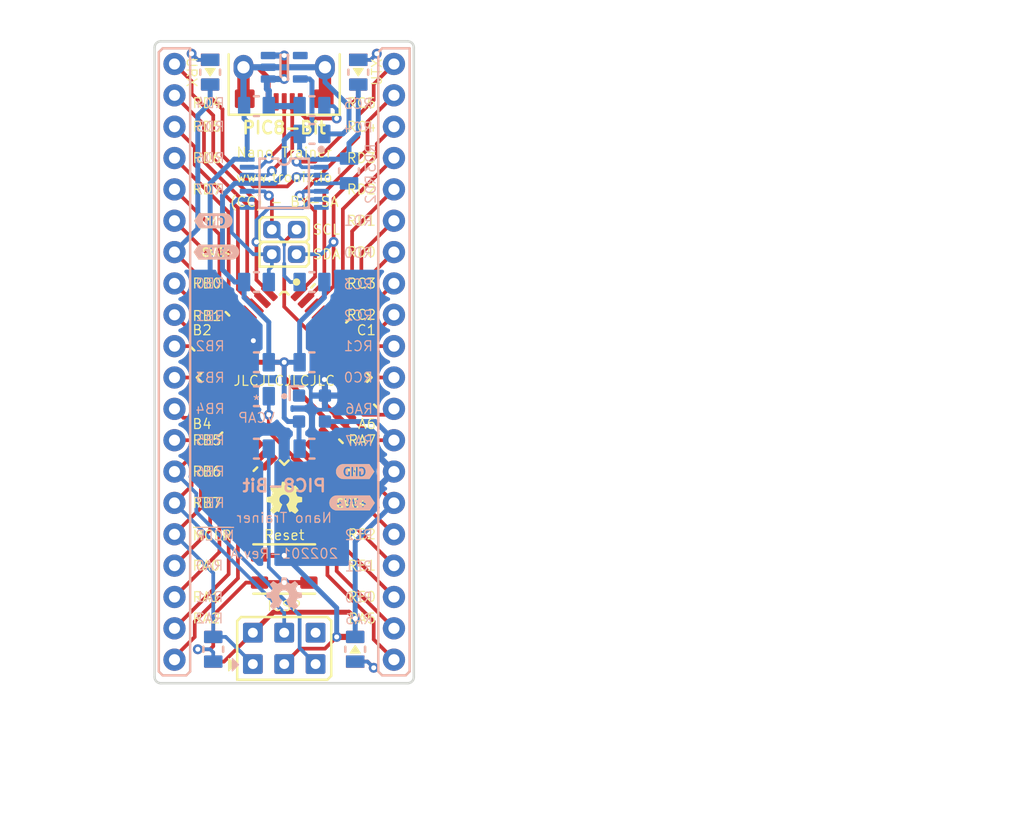
<source format=kicad_pcb>
(kicad_pcb (version 20241229) (generator "pcbnew") (generator_version "9.0")
  (title_block (title "PIC8-Bit Nano Trainer") (date "01/2022") (rev "A"))
  (layers (0 "F.Cu" signal) (2 "B.Cu" signal) (13 "F.Paste" user) (15 "B.Paste" user) (5 "F.SilkS" user "F.Silkscreen") (7 "B.SilkS" user "B.Silkscreen") (1 "F.Mask" user) (3 "B.Mask" user) (25 "Edge.Cuts" user))
  (net 0 "")
  (net 1 "GND")
  (net 2 "+3V3")
  (net 3 "/RA4{slash}VCAP")
  (net 4 "POWER-+5V")
  (net 5 "RC6{slash}UTX")
  (net 6 "RC7{slash}URX")
  (net 7 "/RD4")
  (net 8 "/RD5")
  (net 9 "/RD6")
  (net 10 "/RD7")
  (net 11 "/RB0")
  (net 12 "/RB1")
  (net 13 "/RB2")
  (net 14 "/RB3")
  (net 15 "RC4{slash}SDA")
  (net 16 "/RB4")
  (net 17 "/RB5")
  (net 18 "/RB6{slash}PGC")
  (net 19 "/RB7{slash}PGD")
  (net 20 "/~{MCLR}")
  (net 21 "/RA0")
  (net 22 "/RA1")
  (net 23 "/RA2")
  (net 24 "/RA3")
  (net 25 "/RA5")
  (net 26 "/RE0")
  (net 27 "/RE1")
  (net 28 "/RE2")
  (net 29 "/RA7{slash}CLKI")
  (net 30 "/RA6")
  (net 31 "/RC0")
  (net 32 "/RC1")
  (net 33 "/RC2")
  (net 34 "RC3{slash}SCL")
  (net 35 "/RD0")
  (net 36 "/RD1")
  (net 37 "/RD2")
  (net 38 "/RD3")
  (net 39 "/RC5")
  (net 40 "Net-(K4-VBUS)")
  (net 41 "Net-(U2-SCL)")
  (net 42 "Net-(U2-SDA)")
  (net 44 "Net-(K4-D-)")
  (net 45 "Net-(K4-D+)")
  (net 47 "Net-(LED1-A)")
  (net 48 "Net-(LED2-C)")
  (net 49 "Net-(LED2-A)")
  (net 50 "Net-(LED3-C)")
  (net 51 "Net-(LED3-A)")
  (net 53 "Net-(U2-~{RESET})")
  (net 57 "Net-(C1-Pad1)")
  (footprint "tronixio:HARWIN-M22-25102xx" (layer "F.Cu") (at 149.5 65.25 90)
    (property "Reference" "JP2" (hide yes))
    (property "Value" "SDA")
  )
  (footprint "tronixio:OSHW-3MM" (layer "F.Cu") (at 150.5 85)
    (property "Reference" "GT" (hide yes))
    (property "Value" "LOGO" (hide yes))
  )
  (footprint "kibuzzard-65F5BE2C" (layer "F.Cu") (at 145 65.075)
    (property "Reference" "kibuzzard-65F5BE2C" (hide yes))
    (property "Value" "G***" (hide yes))
  )
  (footprint "kibuzzard-65F5BE3D" (layer "F.Cu") (at 156.25 82.855)
    (property "Reference" "kibuzzard-65F5BE3D" (hide yes))
    (property "Value" "G***" (hide yes))
  )
  (footprint "tronixio:HARWIN-M20-998034x" (layer "F.Cu") (at 147.96 98.45 90)
    (property "Reference" "K3" (hide yes))
    (property "Value" "ICSP")
  )
  (footprint "tronixio:HARWIN-M22-190-19X" (layer "F.Cu") (at 159.12 105)
    (property "Reference" "H2" (hide yes))
    (property "Value" "HARWIN-JUMPER-0200-03MM-BLACK" (hide yes))
  )
  (footprint "tronixio:HARWIN-M22-25102xx" (layer "F.Cu") (at 149.5 63.25 90)
    (property "Reference" "JP1" (hide yes))
    (property "Value" "SCL")
  )
  (footprint "tronixio:HARWIN-M22-190-19X" (layer "F.Cu") (at 154 105)
    (property "Reference" "H1" (hide yes))
    (property "Value" "HARWIN-JUMPER-0200-03MM-BLACK" (hide yes))
  )
  (footprint "kibuzzard-65F5BE49" (layer "F.Cu") (at 156 85.395)
    (property "Reference" "kibuzzard-65F5BE49" (hide yes))
    (property "Value" "G***" (hide yes))
  )
  (footprint "kibuzzard-65F5BE0B" (layer "F.Cu") (at 144.75 62.535)
    (property "Reference" "kibuzzard-65F5BE0B" (hide yes))
    (property "Value" "G***" (hide yes))
  )
  (footprint "tronixio:USB-TYPE-B-MICRO-TH" (layer "F.Cu") (at 150.5 50.65 -90)
    (property "Reference" "K4" (hide yes))
    (property "Value" "POWER & UART")
  )
  (footprint "tronixio:TQFP-44" (layer "F.Cu") (at 150.5 75.235 -45)
    (property "Reference" "U1" (hide yes))
    (property "Value" "PIC16F/PIC18F")
  )
  (footprint "tronixio:LED-SMD-0805" (layer "F.Cu") (at 144.5 50.5 90)
    (property "Reference" "LED2" (hide yes))
    (property "Value" "URX")
  )
  (footprint "tronixio:LED-SMD-0805" (layer "F.Cu") (at 156.25 97.25 -90)
    (property "Reference" "LED1" (hide yes))
    (property "Value" "Power")
  )
  (footprint "tronixio:RESISTOR-SMD-0805" (layer "F.Cu") (at 144.75 97.25 90)
    (property "Reference" "R1" (hide yes))
    (property "Value" "10k")
  )
  (footprint "tronixio:ALPS-SKRPAC" (layer "F.Cu") (at 150.5 90.75)
    (property "Reference" "S1" (hide yes))
    (property "Value" "Reset")
  )
  (footprint "tronixio:LED-SMD-0805" (layer "F.Cu") (at 156.5 50.5 90)
    (property "Reference" "LED3" (hide yes))
    (property "Value" "UTX")
  )
  (footprint "tronixio:RESISTOR-SMD-0805" (layer "B.Cu") (at 156.5 50.5 90)
    (property "Reference" "R7" (hide yes))
    (property "Value" "4k7")
  )
  (footprint "tronixio:CAPACITOR-SMD-0805" (layer "B.Cu") (at 148.25 74 180)
    (property "Reference" "C3" (hide yes))
    (property "Value" "100n")
  )
  (footprint "kibuzzard-65F5BE6D" (layer "B.Cu") (at 145 65.075 180)
    (property "Reference" "kibuzzard-65F5BE6D" (hide yes))
    (property "Value" "G***" (hide yes))
  )
  (footprint "tronixio:SAMTEC-TSW-120-22-T-S" (layer "B.Cu") (at 159.39 49.835 180)
    (property "Reference" "K2" (hide yes))
    (property "Value" "MCU 2")
  )
  (footprint "tronixio:RESISTOR-SMD-0805" (layer "B.Cu") (at 148.25 67.5)
    (property "Reference" "R5" (hide yes))
    (property "Value" "4k7")
  )
  (footprint "kibuzzard-65F5BE8C" (layer "B.Cu") (at 156 85.395 180)
    (property "Reference" "kibuzzard-65F5BE8C" (hide yes))
    (property "Value" "G***" (hide yes))
  )
  (footprint "tronixio:CAPACITOR-SMD-0805" (layer "B.Cu") (at 148.25 81 180)
    (property "Reference" "C1" (hide yes))
    (property "Value" "100n")
  )
  (footprint "tronixio:RESISTOR-SMD-0805" (layer "B.Cu") (at 155.75 58.5 -90)
    (property "Reference" "R3" (hide yes))
    (property "Value" "10k")
  )
  (footprint "tronixio:CAPACITOR-SMD-0805" (layer "B.Cu") (at 152.75 55.5)
    (property "Reference" "C8" (hide yes))
    (property "Value" "1µ")
  )
  (footprint "tronixio:RESISTOR-SMD-0805" (layer "B.Cu") (at 144.75 97.25 -90)
    (property "Reference" "R2" (hide yes))
    (property "Value" "1k")
  )
  (footprint "tronixio:SAMTEC-TSW-120-22-T-S" (layer "B.Cu") (at 141.61 49.835 180)
    (property "Reference" "K1" (hide yes))
    (property "Value" "MCU 1")
  )
  (footprint "tronixio:CAPACITOR-SMD-0805" (layer "B.Cu") (at 152.75 81)
    (property "Reference" "C2" (hide yes))
    (property "Value" "100n")
  )
  (footprint "tronixio:RESISTOR-SMD-0805" (layer "B.Cu") (at 152.75 67.5 180)
    (property "Reference" "R4" (hide yes))
    (property "Value" "4k7")
  )
  (footprint "tronixio:CAPACITOR-SMD-0805" (layer "B.Cu") (at 148.25 76.75 180)
    (property "Reference" "C5" (hide yes))
    (property "Value" "10µ")
  )
  (footprint "tronixio:RESISTOR-SMD-0805" (layer "B.Cu") (at 144.5 50.5 90)
    (property "Reference" "R6" (hide yes))
    (property "Value" "4k7")
  )
  (footprint "kibuzzard-65F5BE5D" (layer "B.Cu") (at 144.75 62.535 180)
    (property "Reference" "kibuzzard-65F5BE5D" (hide yes))
    (property "Value" "G***" (hide yes))
  )
  (footprint "tronixio:CAPACITOR-SMD-0805" (layer "B.Cu") (at 152.75 74)
    (property "Reference" "C4" (hide yes))
    (property "Value" "100n")
  )
  (footprint "tronixio:CAPACITOR-SMD-0805" (layer "B.Cu") (at 148.25 53.25 180)
    (property "Reference" "C7" (hide yes))
    (property "Value" "1µ")
  )
  (footprint "tronixio:OSHW-3MM" (layer "B.Cu") (at 150.5 92.75 180)
    (property "Reference" "GB" (hide yes))
    (property "Value" "LOGO" (hide yes))
  )
  (footprint "tronixio:FUSE-SMD-0805" (layer "B.Cu") (at 152.75 53.25 180)
    (property "Reference" "F1" (hide yes))
    (property "Value" "500mA")
  )
  (footprint "tronixio:SOT-23-5" (layer "B.Cu") (at 150.5 50.1)
    (property "Reference" "U3" (hide yes))
    (property "Value" "BU33SD5WG")
  )
  (footprint "tronixio:RESISTOR-SMD-0805" (layer "B.Cu") (at 156.25 97.25 -90)
    (property "Reference" "R8" (hide yes))
    (property "Value" "4k7")
  )
  (footprint "kibuzzard-65F5BE7D" (layer "B.Cu") (at 156.25 82.855 180)
    (property "Reference" "kibuzzard-65F5BE7D" (hide yes))
    (property "Value" "G***" (hide yes))
  )
  (footprint "tronixio:CDFN-3225" (layer "B.Cu") (at 152.75 77.75 -90)
    (property "Reference" "MEMS1" (hide yes))
    (property "Value" "24.5760MHz")
  )
  (footprint "tronixio:TSSOP-14" (layer "B.Cu") (at 150.5 59.5 180)
    (property "Reference" "U2" (hide yes))
    (property "Value" "MCP2221A")
  )
  (gr_circle (center 151.5 67.5) (end 151.25 67.5) (stroke (width 0.1)) (fill yes) (layer "F.SilkS"))
  (gr_poly (pts (xy 146.5 98.5) (xy 146 99) (xy 146 98)) (stroke (width 0.1)) (fill yes) (layer "F.SilkS"))
  (gr_circle (center 150.5 76.75) (end 150.7 76.75) (stroke (width 0.1)) (fill yes) (layer "B.SilkS"))
  (gr_circle (center 153.5 56.75) (end 153.75 56.75) (stroke (width 0.1)) (fill yes) (layer "B.SilkS"))
  (gr_poly (pts (xy 146.8 98.5) (xy 146.3 98) (xy 146.3 99)) (stroke (width 0.1)) (fill yes) (layer "B.SilkS"))
  (gr_line (start 140 48.5) (end 140 99.5) (stroke (width 0.2)) (layer "Edge.Cuts"))
  (gr_arc (start 160.5 48) (mid 160.853553 48.146447) (end 161 48.5) (stroke (width 0.2)) (layer "Edge.Cuts"))
  (gr_arc (start 161 99.5) (mid 160.853553 99.853553) (end 160.5 100) (stroke (width 0.2)) (layer "Edge.Cuts"))
  (gr_line (start 161 99.5) (end 161 48.5) (stroke (width 0.2)) (layer "Edge.Cuts"))
  (gr_line (start 140.5 100) (end 160.5 100) (stroke (width 0.2)) (layer "Edge.Cuts"))
  (gr_arc (start 140.5 100) (mid 140.146447 99.853553) (end 140 99.5) (stroke (width 0.2)) (layer "Edge.Cuts"))
  (gr_arc (start 140 48.5) (mid 140.146447 48.146447) (end 140.5 48) (stroke (width 0.2)) (layer "Edge.Cuts"))
  (gr_line (start 160.5 48) (end 140.5 48) (stroke (width 0.2)) (layer "Edge.Cuts"))
  (gr_text "RD4" (at 143 53 0) (layer "F.SilkS") (effects (font (size 0.8 0.8) (thickness 0.1)) (justify left)))
  (gr_text "RD6" (at 143 57.455 0) (layer "F.SilkS") (effects (font (size 0.8 0.8) (thickness 0.1)) (justify left)))
  (gr_text "Reset" (at 150.5 88 0) (layer "F.SilkS") (effects (font (size 0.8 0.8) (thickness 0.1))))
  (gr_text "RA0" (at 143 90.475 0) (layer "F.SilkS") (effects (font (size 0.8 0.8) (thickness 0.1)) (justify left)))
  (gr_text "(CC) - BY-SA" (at 150.5 61 0) (layer "F.SilkS") (effects (font (size 0.8 0.8) (thickness 0.1))))
  (gr_text "C1" (at 158 71.4 0) (layer "F.SilkS") (effects (font (size 0.8 0.8) (thickness 0.1)) (justify right)))
  (gr_text "URX" (at 143 50.5 270) (layer "F.SilkS") (effects (font (size 0.8 0.8) (thickness 0.1))))
  (gr_text "RD5" (at 143 54.915 0) (layer "F.SilkS") (effects (font (size 0.8 0.8) (thickness 0.1)) (justify left)))
  (gr_text "ICSP" (at 150.5 93.75 0) (layer "F.SilkS") (effects (font (size 0.8 0.8) (thickness 0.1))))
  (gr_text "RB0" (at 143 67.615 0) (layer "F.SilkS") (effects (font (size 0.8 0.8) (thickness 0.1)) (justify left)))
  (gr_text "RD3" (at 158 57.455 0) (layer "F.SilkS") (effects (font (size 0.8 0.8) (thickness 0.1)) (justify right)))
  (gr_text "RC4" (at 158 54.915 0) (layer "F.SilkS") (effects (font (size 0.8 0.8) (thickness 0.1)) (justify right)))
  (gr_text "RD1" (at 158 62.535 0) (layer "F.SilkS") (effects (font (size 0.8 0.8) (thickness 0.1)) (justify right)))
  (gr_text "Nano Trainer" (at 150.5 57 0) (layer "F.SilkS") (effects (font (size 0.8 0.8) (thickness 0.1))))
  (gr_text "~{MCLR}" (at 143 88.032 0) (layer "F.SilkS") (effects (font (size 0.8 0.8) (thickness 0.1)) (justify left)))
  (gr_text "RD7" (at 143 59.995 0) (layer "F.SilkS") (effects (font (size 0.8 0.8) (thickness 0.1)) (justify left)))
  (gr_text "RA2" (at 143 94.75 0) (layer "F.SilkS") (effects (font (size 0.8 0.8) (thickness 0.1)) (justify left)))
  (gr_text "PIC8-Bit" (at 150.5 55 0) (layer "F.SilkS") (effects (font (size 1 1) (thickness 0.2))))
  (gr_text "B2" (at 143 71.4 0) (layer "F.SilkS") (effects (font (size 0.8 0.8) (thickness 0.1)) (justify left)))
  (gr_text "RB5" (at 143 80.315 0) (layer "F.SilkS") (effects (font (size 0.8 0.8) (thickness 0.1)) (justify left)))
  (gr_text "RC3" (at 158 67.615 0) (layer "F.SilkS") (effects (font (size 0.8 0.8) (thickness 0.1)) (justify right)))
  (gr_text "SDA" (at 152.75 65.25 0) (layer "F.SilkS") (effects (font (size 0.8 0.8) (thickness 0.1)) (justify left)))
  (gr_text "RE1" (at 158 90.475 0) (layer "F.SilkS") (effects (font (size 0.8 0.8) (thickness 0.1)) (justify right)))
  (gr_text "RB6" (at 143 82.855 0) (layer "F.SilkS") (effects (font (size 0.8 0.8) (thickness 0.1)) (justify left)))
  (gr_text "RA7" (at 158 80.315 0) (layer "F.SilkS") (effects (font (size 0.8 0.8) (thickness 0.1)) (justify right)))
  (gr_text "SCL" (at 152.75 63.25 0) (layer "F.SilkS") (effects (font (size 0.8 0.8) (thickness 0.1)) (justify left)))
  (gr_text "JLCJLCJLCJLC" (at 150.5 75.5 0) (layer "F.SilkS") (effects (font (size 0.8 0.8) (thickness 0.1))))
  (gr_text "RA1" (at 143 93.015 0) (layer "F.SilkS") (effects (font (size 0.8 0.8) (thickness 0.1)) (justify left)))
  (gr_text "RB1" (at 143 70.25 0) (layer "F.SilkS") (effects (font (size 0.8 0.8) (thickness 0.1)) (justify left)))
  (gr_text "RD2" (at 158 59.995 0) (layer "F.SilkS") (effects (font (size 0.8 0.8) (thickness 0.1)) (justify right)))
  (gr_text "A6" (at 158 79 0) (layer "F.SilkS") (effects (font (size 0.8 0.8) (thickness 0.1)) (justify right)))
  (gr_text "B4" (at 143 79 0) (layer "F.SilkS") (effects (font (size 0.8 0.8) (thickness 0.1)) (justify left)))
  (gr_text "www.tronix.io" (at 150.5 59 0) (layer "F.SilkS") (effects (font (size 0.8 0.8) (thickness 0.1))))
  (gr_text "UTX" (at 158 50.5 90) (layer "F.SilkS") (effects (font (size 0.8 0.8) (thickness 0.1))))
  (gr_text "RD0" (at 158 65.075 0) (layer "F.SilkS") (effects (font (size 0.8 0.8) (thickness 0.1)) (justify right)))
  (gr_text "RC2" (at 158 70.155 0) (layer "F.SilkS") (effects (font (size 0.8 0.8) (thickness 0.1)) (justify right)))
  (gr_text "RB7" (at 143 85.395 0) (layer "F.SilkS") (effects (font (size 0.8 0.8) (thickness 0.1)) (justify left)))
  (gr_text "RA5" (at 158 94.75 0) (layer "F.SilkS") (effects (font (size 0.8 0.8) (thickness 0.1)) (justify right)))
  (gr_text "RE2" (at 158 87.935 0) (layer "F.SilkS") (effects (font (size 0.8 0.8) (thickness 0.1)) (justify right)))
  (gr_text "RE0" (at 158 93 0) (layer "F.SilkS") (effects (font (size 0.8 0.8) (thickness 0.1)) (justify right)))
  (gr_text "RC5" (at 158 53 0) (layer "F.SilkS") (effects (font (size 0.8 0.8) (thickness 0.1)) (justify right)))
  (gr_text "RB6" (at 143.25 82.855 0) (layer "B.SilkS") (effects (font (size 0.8 0.8) (thickness 0.1)) (justify right mirror)))
  (gr_text "RD3" (at 157.5 57.455001 90) (layer "B.SilkS") (effects (font (size 0.8 0.8) (thickness 0.1)) (justify mirror)))
  (gr_text "RB0" (at 143.25 67.615 0) (layer "B.SilkS") (effects (font (size 0.8 0.8) (thickness 0.1)) (justify right mirror)))
  (gr_text "RD5" (at 143.25 54.915 0) (layer "B.SilkS") (effects (font (size 0.8 0.8) (thickness 0.1)) (justify right mirror)))
  (gr_text "RB2" (at 143.25 72.695 0) (layer "B.SilkS") (effects (font (size 0.8 0.8) (thickness 0.1)) (justify right mirror)))
  (gr_text "RC2" (at 157.75 70.22 0) (layer "B.SilkS") (effects (font (size 0.8 0.8) (thickness 0.1)) (justify left mirror)))
  (gr_text "RE2" (at 157.75 88 0) (layer "B.SilkS") (effects (font (size 0.8 0.8) (thickness 0.1)) (justify left mirror)))
  (gr_text "RA5" (at 157.75 94.815 0) (layer "B.SilkS") (effects (font (size 0.8 0.8) (thickness 0.1)) (justify left mirror)))
  (gr_text "RD2" (at 157.5 59.995001 90) (layer "B.SilkS") (effects (font (size 0.8 0.8) (thickness 0.1)) (justify mirror)))
  (gr_text "RB5" (at 143.25 80.315 0) (layer "B.SilkS") (effects (font (size 0.8 0.8) (thickness 0.1)) (justify right mirror)))
  (gr_text "VCAP" (at 148.25 78.5 0) (layer "B.SilkS") (effects (font (size 0.8 0.8) (thickness 0.1)) (justify mirror)))
  (gr_text "RE0" (at 157.75 93.065 0) (layer "B.SilkS") (effects (font (size 0.8 0.8) (thickness 0.1)) (justify left mirror)))
  (gr_text "Nano Trainer" (at 150.5 86.6 0) (layer "B.SilkS") (effects (font (size 0.8 0.8) (thickness 0.1)) (justify mirror)))
  (gr_text "RA1" (at 143.25 93.015 0) (layer "B.SilkS") (effects (font (size 0.8 0.8) (thickness 0.1)) (justify right mirror)))
  (gr_text "RD1" (at 157.75 62.535 0) (layer "B.SilkS") (effects (font (size 0.8 0.8) (thickness 0.1)) (justify left mirror)))
  (gr_text "RC5" (at 157.75 53.065 0) (layer "B.SilkS") (effects (font (size 0.8 0.8) (thickness 0.1)) (justify left mirror)))
  (gr_text "RC0" (at 157.75 75.235 0) (layer "B.SilkS") (effects (font (size 0.8 0.8) (thickness 0.1)) (justify left mirror)))
  (gr_text "RA6" (at 157.75 77.775 0) (layer "B.SilkS") (effects (font (size 0.8 0.8) (thickness 0.1)) (justify left mirror)))
  (gr_text "RA2" (at 143.25 94.75 0) (layer "B.SilkS") (effects (font (size 0.8 0.8) (thickness 0.1)) (justify right mirror)))
  (gr_text "RE1" (at 157.75 90.54 0) (layer "B.SilkS") (effects (font (size 0.8 0.8) (thickness 0.1)) (justify left mirror)))
  (gr_text "~{MCLR}" (at 143.25 88.032 0) (layer "B.SilkS") (effects (font (size 0.8 0.8) (thickness 0.1)) (justify right mirror)))
  (gr_text "RD6" (at 143.25 57.455 0) (layer "B.SilkS") (effects (font (size 0.8 0.8) (thickness 0.1)) (justify right mirror)))
  (gr_text "RB1" (at 143.25 70.25 0) (layer "B.SilkS") (effects (font (size 0.8 0.8) (thickness 0.1)) (justify right mirror)))
  (gr_text "202201-Rev.A" (at 150.5 89.5 0) (layer "B.SilkS") (effects (font (size 0.8 0.8) (thickness 0.1)) (justify mirror)))
  (gr_text "RA7" (at 157.75 80.38 0) (layer "B.SilkS") (effects (font (size 0.8 0.8) (thickness 0.1)) (justify left mirror)))
  (gr_text "RD7" (at 143.25 59.995 0) (layer "B.SilkS") (effects (font (size 0.8 0.8) (thickness 0.1)) (justify right mirror)))
  (gr_text "RB4" (at 143.25 77.775 0) (layer "B.SilkS") (effects (font (size 0.8 0.8) (thickness 0.1)) (justify right mirror)))
  (gr_text "PIC8-Bit" (at 150.5 84 0) (layer "B.SilkS") (effects (font (size 1 1) (thickness 0.2)) (justify mirror)))
  (gr_text "RC3" (at 157.75 67.68 0) (layer "B.SilkS") (effects (font (size 0.8 0.8) (thickness 0.1)) (justify left mirror)))
  (gr_text "RA0" (at 143.25 90.475 0) (layer "B.SilkS") (effects (font (size 0.8 0.8) (thickness 0.1)) (justify right mirror)))
  (gr_text "RD0" (at 157.75 65.14 0) (layer "B.SilkS") (effects (font (size 0.8 0.8) (thickness 0.1)) (justify left mirror)))
  (gr_text "RD4" (at 143.25 53 0) (layer "B.SilkS") (effects (font (size 0.8 0.8) (thickness 0.1)) (justify right mirror)))
  (gr_text "*" (at 148.25 77.1 0) (layer "B.SilkS") (effects (font (size 0.8 0.8) (thickness 0.1)) (justify mirror)))
  (gr_text "RB3" (at 143.25 75.25 0) (layer "B.SilkS") (effects (font (size 0.8 0.8) (thickness 0.1)) (justify right mirror)))
  (gr_text "RC1" (at 157.75 72.695 0) (layer "B.SilkS") (effects (font (size 0.8 0.8) (thickness 0.1)) (justify left mirror)))
  (gr_text "RC4" (at 157.75 54.98 0) (layer "B.SilkS") (effects (font (size 0.8 0.8) (thickness 0.1)) (justify left mirror)))
  (gr_text "RB7" (at 143.25 85.395 0) (layer "B.SilkS") (effects (font (size 0.8 0.8) (thickness 0.1)) (justify right mirror)))
  (segment (start 156.25 96.25) (end 154.75 96.25) (width 0.5) (layer "F.Cu") (net 1))
  (segment (start 152.6 89.65) (end 150.5 89.65) (width 0.4) (layer "F.Cu") (net 1))
  (segment (start 153.75 77.353629) (end 153.75 75.4) (width 0.4) (layer "F.Cu") (net 1))
  (segment (start 147.2 50.1) (end 148.35 50.1) (width 0.4) (layer "F.Cu") (net 1))
  (segment (start 150.5 98.45) (end 151.75 97.2) (width 0.3) (layer "F.Cu") (net 1))
  (segment (start 159.251371 82.855) (end 155.096194 78.699823) (width 0.3) (layer "F.Cu") (net 1))
  (segment (start 141.61 62.535) (end 144.5 65.425) (width 0.3) (layer "F.Cu") (net 1))
  (segment (start 147.2 50.1) (end 147.2 52.4) (width 1) (layer "F.Cu") (net 1))
  (segment (start 148.35 50.1) (end 149.2 50.95) (width 0.4) (layer "F.Cu") (net 1))
  (segment (start 155.096194 78.699823) (end 153.75 77.353629) (width 0.4) (layer "F.Cu") (net 1))
  (segment (start 144.5 65.425) (end 144.5 69.235) (width 0.3) (layer "F.Cu") (net 1))
  (segment (start 151.75 97.2) (end 153.8 97.2) (width 0.3) (layer "F.Cu") (net 1))
  (segment (start 153.8 97.2) (end 154.75 96.25) (width 0.3) (layer "F.Cu") (net 1))
  (segment (start 147.5 72.25) (end 148 72.25) (width 0.4) (layer "F.Cu") (net 1))
  (segment (start 144.5 69.235) (end 146.469491 71.204491) (width 0.3) (layer "F.Cu") (net 1))
  (segment (start 146.469491 71.219491) (end 147.5 72.25) (width 0.4) (layer "F.Cu") (net 1))
  (segment (start 149.2 50.95) (end 149.2 52.9) (width 0.4) (layer "F.Cu") (net 1))
  (segment (start 148.4 89.65) (end 150.5 89.65) (width 0.4) (layer "F.Cu") (net 1))
  (segment (start 153.8 50.1) (end 153.8 52.4) (width 1) (layer "F.Cu") (net 1))
  (via (at 154.75 96.25) (size 0.8) (drill 0.4) (layers "F.Cu" "B.Cu") (net 1))
  (via (at 150.5 89.65) (size 0.8) (drill 0.4) (layers "F.Cu" "B.Cu") (net 1))
  (via (at 153.75 75.4) (size 0.8) (drill 0.4) (layers "F.Cu" "B.Cu") (net 1))
  (via (at 148 72.25) (size 0.8) (drill 0.4) (layers "F.Cu" "B.Cu") (net 1))
  (segment (start 147.5 72.25) (end 144.5 69.25) (width 0.4) (layer "B.Cu") (net 1))
  (segment (start 153.8 51.3) (end 155.75 53.25) (width 0.4) (layer "B.Cu") (net 1))
  (segment (start 147.2 50.1) (end 147.2 53.2) (width 0.5) (layer "B.Cu") (net 1))
  (segment (start 147.5 57.55) (end 147.5 54.5) (width 0.4) (layer "B.Cu") (net 1))
  (segment (start 154.75 93.9) (end 150.5 89.65) (width 0.4) (layer "B.Cu") (net 1))
  (segment (start 149.1 50.1) (end 153.8 50.1) (width 0.5) (layer "B.Cu") (net 1))
  (segment (start 146.45 57.55) (end 147.5 57.55) (width 0.4) (layer "B.Cu") (net 1))
  (segment (start 144.5 59.5) (end 146.45 57.55) (width 0.4) (layer "B.Cu") (net 1))
  (segment (start 154.75 96.25) (end 154.75 93.9) (width 0.4) (layer "B.Cu") (net 1))
  (segment (start 144.5 69.25) (end 144.5 59.5) (width 0.4) (layer "B.Cu") (net 1))
  (segment (start 153.8 50.1) (end 153.8 51.3) (width 0.4) (layer "B.Cu") (net 1))
  (segment (start 147.5 54.5) (end 147.25 54.25) (width 0.4) (layer "B.Cu") (net 1))
  (segment (start 155.75 55) (end 155.25 55.5) (width 0.4) (layer "B.Cu") (net 1))
  (segment (start 155.25 55.5) (end 153.75 55.5) (width 0.4) (layer "B.Cu") (net 1))
  (segment (start 147.2 50.1) (end 149.1 50.1) (width 0.5) (layer "B.Cu") (net 1))
  (segment (start 147.25 54.25) (end 147.25 53.25) (width 0.4) (layer "B.Cu") (net 1))
  (segment (start 155.75 53.25) (end 155.75 55) (width 0.4) (layer "B.Cu") (net 1))
  (segment (start 148 72.25) (end 147.5 72.25) (width 0.4) (layer "B.Cu") (net 1))
  (segment (start 149.62 94.25) (end 147.96 95.91) (width 0.4) (layer "F.Cu") (net 2))
  (segment (start 159.39 85.395) (end 157.75 83.755) (width 0.3) (layer "F.Cu") (net 2))
  (segment (start 157.75 83.755) (end 157.75 82.485) (width 0.3) (layer "F.Cu") (net 2))
  (segment (start 150.5 74) (end 150.5 75.235) (width 0.4) (layer "F.Cu") (net 2))
  (segment (start 157.75 82.485) (end 154.530509 79.265509) (width 0.3) (layer "F.Cu") (net 2))
  (segment (start 143.75 67.215) (end 143.75 69.616371) (width 0.3) (layer "F.Cu") (net 2))
  (segment (start 150.5 75.235) (end 154.530509 79.265509) (width 0.4) (layer "F.Cu") (net 2))
  (segment (start 155.75 94.25) (end 149.62 94.25) (width 0.4) (layer "F.Cu") (net 2))
  (segment (start 145.903806 71.770177) (end 148.133629 74) (width 0.4) (layer "F.Cu") (net 2))
  (segment (start 144.75 98.25) (end 145.62 98.25) (width 0.3) (layer "F.Cu") (net 2))
  (segment (start 145.62 98.25) (end 147.96 95.91) (width 0.3) (layer "F.Cu") (net 2))
  (segment (start 156.25 94.75) (end 155.75 94.25) (width 0.4) (layer "F.Cu") (net 2))
  (segment (start 143.75 69.616371) (end 145.903806 71.770177) (width 0.3) (layer "F.Cu") (net 2))
  (segment (start 141.61 65.075) (end 143.75 67.215) (width 0.3) (layer "F.Cu") (net 2))
  (segment (start 148.133629 74) (end 150.5 74) (width 0.4) (layer "F.Cu") (net 2))
  (via (at 150.5 74) (size 0.8) (drill 0.4) (layers "F.Cu" "B.Cu") (net 2))
  (via (at 156.25 94.75) (size 0.8) (drill 0.4) (layers "F.Cu" "B.Cu") (net 2))
  (segment (start 145.5 60.5) (end 146.5 59.5) (width 0.4) (layer "B.Cu") (net 2))
  (segment (start 149.25 74) (end 149.25 70.75) (width 0.4) (layer "B.Cu") (net 2))
  (segment (start 151.75 55.5) (end 151 55.5) (width 0.4) (layer "B.Cu") (net 2))
  (segment (start 152.5 55.5) (end 152.75 55.25) (width 0.4) (layer "B.Cu") (net 2))
  (segment (start 156.25 96.25) (end 156.25 94.75) (width 0.4) (layer "B.Cu") (net 2))
  (segment (start 143.5 63.185) (end 143.5 54) (width 0.4) (layer "B.Cu") (net 2))
  (segment (start 150.8 78.8) (end 150.5 78.5) (width 0.4) (layer "B.Cu") (net 2))
  (segment (start 143.5 54) (end 144.5 53) (width 0.4) (layer "B.Cu") (net 2))
  (segment (start 151 55.5) (end 150.5 56) (width 0.4) (layer "B.Cu") (net 2))
  (segment (start 151.75 56.75) (end 152.55 57.55) (width 0.4) (layer "B.Cu") (net 2))
  (segment (start 141.61 65.075) (end 143.5 63.185) (width 0.4) (layer "B.Cu") (net 2))
  (segment (start 152.55 57.55) (end 153.5 57.55) (width 0.4) (layer "B.Cu") (net 2))
  (segment (start 144.5 53) (end 144.5 51.5) (width 0.4) (layer "B.Cu") (net 2))
  (segment (start 151.75 74) (end 150.5 74) (width 0.4) (layer "B.Cu") (net 2))
  (segment (start 155.75 57.5) (end 155.75 56.25) (width 0.4) (layer "B.Cu") (net 2))
  (segment (start 150.5 58.75) (end 149.75 59.5) (width 0.4) (layer "B.Cu") (net 2))
  (segment (start 145.5 66.5) (end 145.5 60.5) (width 0.4) (layer "B.Cu") (net 2))
  (segment (start 146.5 67.5) (end 145.5 66.5) (width 0.4) (layer "B.Cu") (net 2))
  (segment (start 153.5 57.55) (end 155.7 57.55) (width 0.4) (layer "B.Cu") (net 2))
  (segment (start 149.75 59.5) (end 147.5 59.5) (width 0.4) (layer "B.Cu") (net 2))
  (segment (start 155.75 56.25) (end 156.5 55.5) (width 0.4) (layer "B.Cu") (net 2))
  (segment (start 151.7 78.8) (end 150.8 78.8) (width 0.4) (layer "B.Cu") (net 2))
  (segment (start 152.75 51.25) (end 152.55 51.05) (width 0.4) (layer "B.Cu") (net 2))
  (segment (start 156.5 55.5) (end 156.5 51.5) (width 0.4) (layer "B.Cu") (net 2))
  (segment (start 151.75 70.75) (end 151.75 74) (width 0.4) (layer "B.Cu") (net 2))
  (segment (start 151.75 55.5) (end 151.75 56.75) (width 0.4) (layer "B.Cu") (net 2))
  (segment (start 149.25 70.75) (end 147.25 68.75) (width 0.4) (layer "B.Cu") (net 2))
  (segment (start 159.39 85.395) (end 156.25 88.535) (width 0.4) (layer "B.Cu") (net 2))
  (segment (start 146.5 59.5) (end 147.5 59.5) (width 0.4) (layer "B.Cu") (net 2))
  (segment (start 151.75 55.5) (end 152.5 55.5) (width 0.4) (layer "B.Cu") (net 2))
  (segment (start 150.5 56) (end 150.5 58.75) (width 0.4) (layer "B.Cu") (net 2))
  (segment (start 147.25 68.75) (end 147.25 67.5) (width 0.4) (layer "B.Cu") (net 2))
  (segment (start 150.5 74) (end 149.25 74) (width 0.4) (layer "B.Cu") (net 2))
  (segment (start 151.7 78.8) (end 151.7 80.95) (width 0.4) (layer "B.Cu") (net 2))
  (segment (start 153.75 68.75) (end 151.75 70.75) (width 0.4) (layer "B.Cu") (net 2))
  (segment (start 153.75 67.5) (end 153.75 68.75) (width 0.4) (layer "B.Cu") (net 2))
  (segment (start 152.75 55.25) (end 152.75 51.25) (width 0.4) (layer "B.Cu") (net 2))
  (segment (start 156.25 88.535) (end 156.25 94.75) (width 0.4) (layer "B.Cu") (net 2))
  (segment (start 152.55 51.05) (end 151.8 51.05) (width 0.4) (layer "B.Cu") (net 2))
  (segment (start 147.25 67.5) (end 146.5 67.5) (width 0.4) (layer "B.Cu") (net 2))
  (segment (start 150.5 78.5) (end 150.5 74) (width 0.4) (layer "B.Cu") (net 2))
  (segment (start 157.75 95) (end 154 91.25) (width 0.3) (layer "F.Cu") (net 3))
  (segment (start 159.39 98.095) (end 157.75 96.455) (width 0.3) (layer "F.Cu") (net 3))
  (segment (start 149.25 79.641854) (end 151.702082 82.093936) (width 0.3) (layer "F.Cu") (net 3))
  (segment (start 154 91.25) (end 154 84.391854) (width 0.3) (layer "F.Cu") (net 3))
  (segment (start 149.25 79.641854) (end 149.25 78.25) (width 0.3) (layer "F.Cu") (net 3))
  (segment (start 157.75 96.455) (end 157.75 95) (width 0.3) (layer "F.Cu") (net 3))
  (segment (start 154 84.391854) (end 151.702082 82.093936) (width 0.3) (layer "F.Cu") (net 3))
  (via (at 149.25 78.25) (size 0.8) (drill 0.4) (layers "F.Cu" "B.Cu") (net 3))
  (segment (start 149.25 76.75) (end 149.25 78.25) (width 0.3) (layer "B.Cu") (net 3))
  (segment (start 150.5 51.05) (end 150.5 49.15) (width 0.5) (layer "F.Cu") (net 4))
  (via (at 150.5 49.15) (size 0.8) (drill 0.4) (layers "F.Cu" "B.Cu") (net 4))
  (via (at 150.5 51.05) (size 0.8) (drill 0.4) (layers "F.Cu" "B.Cu") (net 4))
  (segment (start 151.75 53.25) (end 149.25 53.25) (width 0.5) (layer "B.Cu") (net 4))
  (segment (start 150.4 49.15) (end 150.5 49.25) (width 0.3) (layer "B.Cu") (net 4))
  (segment (start 149.1 51.05) (end 149.1 51.85) (width 0.5) (layer "B.Cu") (net 4))
  (segment (start 149.1 51.05) (end 150.5 51.05) (width 0.5) (layer "B.Cu") (net 4))
  (segment (start 149.1 49.15) (end 150.4 49.15) (width 0.5) (layer "B.Cu") (net 4))
  (segment (start 149.25 52) (end 149.25 53.25) (width 0.5) (layer "B.Cu") (net 4))
  (segment (start 149.1 51.85) (end 149.25 52) (width 0.5) (layer "B.Cu") (net 4))
  (segment (start 153 67.078146) (end 153 61.75) (width 0.3) (layer "F.Cu") (net 5))
  (segment (start 153 61.75) (end 151.75 60.5) (width 0.3) (layer "F.Cu") (net 5))
  (segment (start 157.75 52.75) (end 157.75 51.475) (width 0.3) (layer "F.Cu") (net 5))
  (segment (start 156.5 55.75) (end 156.5 54) (width 0.3) (layer "F.Cu") (net 5))
  (segment (start 156.5 54) (end 157.75 52.75) (width 0.3) (layer "F.Cu") (net 5))
  (segment (start 157.75 51.475) (end 159.39 49.835) (width 0.3) (layer "F.Cu") (net 5))
  (segment (start 151.75 60.5) (end 156.5 55.75) (width 0.3) (layer "F.Cu") (net 5))
  (segment (start 151.702082 68.376064) (end 153 67.078146) (width 0.3) (layer "F.Cu") (net 5))
  (via (at 151.75 60.5) (size 0.8) (drill 0.4) (layers "F.Cu" "B.Cu") (net 5))
  (segment (start 152.1 60.15) (end 151.75 60.5) (width 0.3) (layer "B.Cu") (net 5))
  (segment (start 153.5 60.15) (end 152.1 60.15) (width 0.3) (layer "B.Cu") (net 5))
  (segment (start 144.75 54) (end 143 52.25) (width 0.3) (layer "F.Cu") (net 6))
  (segment (start 144.75 57.5) (end 144.75 54) (width 0.3) (layer "F.Cu") (net 6))
  (segment (start 148.25 61) (end 148.25 64.25) (width 0.3) (layer "F.Cu") (net 6))
  (segment (start 143 51.225) (end 141.61 49.835) (width 0.3) (layer "F.Cu") (net 6))
  (segment (start 148.25 67.328146) (end 148.25 64.25) (width 0.3) (layer "F.Cu") (net 6))
  (segment (start 149.297918 68.376064) (end 148.25 67.328146) (width 0.3) (layer "F.Cu") (net 6))
  (segment (start 143 52.25) (end 143 51.225) (width 0.3) (layer "F.Cu") (net 6))
  (segment (start 148.25 61) (end 144.75 57.5) (width 0.3) (layer "F.Cu") (net 6))
  (via (at 148.25 64.25) (size 0.8) (drill 0.4) (layers "F.Cu" "B.Cu") (net 6))
  (segment (start 148.25 64.25) (end 148.25 62.5) (width 0.3) (layer "B.Cu") (net 6))
  (segment (start 152 61.5) (end 152.7 60.8) (width 0.3) (layer "B.Cu") (net 6))
  (segment (start 149.25 61.5) (end 152 61.5) (width 0.3) (layer "B.Cu") (net 6))
  (segment (start 148.25 62.5) (end 149.25 61.5) (width 0.3) (layer "B.Cu") (net 6))
  (segment (start 152.7 60.8) (end 153.5 60.8) (width 0.3) (layer "B.Cu") (net 6))
  (segment (start 144 57.75) (end 147.5 61.25) (width 0.3) (layer "F.Cu") (net 7))
  (segment (start 141.61 52.375) (end 144 54.765) (width 0.3) (layer "F.Cu") (net 7))
  (segment (start 144 54.765) (end 144 57.75) (width 0.3) (layer "F.Cu") (net 7))
  (segment (start 147.5 67.709517) (end 148.732233 68.94175) (width 0.3) (layer "F.Cu") (net 7))
  (segment (start 147.5 61.25) (end 147.5 67.709517) (width 0.3) (layer "F.Cu") (net 7))
  (segment (start 146.75 68.090887) (end 146.75 61.5) (width 0.3) (layer "F.Cu") (net 8))
  (segment (start 146.75 61.5) (end 143.25 58) (width 0.3) (layer "F.Cu") (net 8))
  (segment (start 143.25 58) (end 143.25 56.555) (width 0.3) (layer "F.Cu") (net 8))
  (segment (start 148.166548 69.507435) (end 146.75 68.090887) (width 0.3) (layer "F.Cu") (net 8))
  (segment (start 143.25 56.555) (end 141.61 54.915) (width 0.3) (layer "F.Cu") (net 8))
  (segment (start 141.61 57.455) (end 146 61.845) (width 0.3) (layer "F.Cu") (net 9))
  (segment (start 146 61.845) (end 146 68.472258) (width 0.3) (layer "F.Cu") (net 9))
  (segment (start 146 68.472258) (end 147.600862 70.07312) (width 0.3) (layer "F.Cu") (net 9))
  (segment (start 145.25 63.635) (end 145.25 68.853629) (width 0.3) (layer "F.Cu") (net 10))
  (segment (start 145.25 68.853629) (end 147.035177 70.638806) (width 0.3) (layer "F.Cu") (net 10))
  (segment (start 141.61 59.995) (end 145.25 63.635) (width 0.3) (layer "F.Cu") (net 10))
  (segment (start 141.61 67.615) (end 143.25 69.255) (width 0.3) (layer "F.Cu") (net 11))
  (segment (start 143.25 69.255) (end 143.25 70.25) (width 0.3) (layer "F.Cu") (net 11))
  (segment (start 143.25 70.25) (end 145.335862 72.335862) (width 0.3) (layer "F.Cu") (net 11))
  (segment (start 142.4775 71.0225) (end 142.893387 71.0225) (width 0.3) (layer "F.Cu") (net 12))
  (segment (start 142.893387 71.0225) (end 144.772435 72.901548) (width 0.3) (layer "F.Cu") (net 12))
  (segment (start 141.61 70.155) (end 142.4775 71.0225) (width 0.3) (layer "F.Cu") (net 12))
  (segment (start 143.434517 72.695) (end 144.20675 73.467233) (width 0.3) (layer "F.Cu") (net 13))
  (segment (start 141.61 72.695) (end 143.434517 72.695) (width 0.3) (layer "F.Cu") (net 13))
  (segment (start 141.61 75.235) (end 144.015 75.235) (width 0.3) (layer "F.Cu") (net 14))
  (segment (start 144.25 75) (end 144.25 74.641854) (width 0.3) (layer "F.Cu") (net 14))
  (segment (start 144.25 74.641854) (end 143.641064 74.032918) (width 0.3) (layer "F.Cu") (net 14))
  (segment (start 144.015 75.235) (end 144.25 75) (width 0.3) (layer "F.Cu") (net 14))
  (segment (start 152.833452 69.507435) (end 154.5 67.840887) (width 0.3) (layer "F.Cu") (net 15))
  (segment (start 154.5 67.840887) (end 154.5 60.75) (width 0.3) (layer "F.Cu") (net 15))
  (segment (start 158 56.305) (end 158 57.25) (width 0.3) (layer "F.Cu") (net 15))
  (segment (start 158 57.25) (end 154.5 60.75) (width 0.3) (layer "F.Cu") (net 15))
  (segment (start 159.39 54.915) (end 158 56.305) (width 0.3) (layer "F.Cu") (net 15))
  (via (at 154.5 64.25) (size 0.8) (drill 0.4) (layers "F.Cu" "B.Cu") (net 15))
  (segment (start 151.5 65.25) (end 153.5 65.25) (width 0.3) (layer "B.Cu") (net 15))
  (segment (start 153.5 65.25) (end 154.5 64.25) (width 0.3) (layer "B.Cu") (net 15))
  (segment (start 143.840887 78.5) (end 142.335 78.5) (width 0.3) (layer "F.Cu") (net 16))
  (segment (start 144.772435 77.568452) (end 143.840887 78.5) (width 0.3) (layer "F.Cu") (net 16))
  (segment (start 142.335 78.5) (end 141.61 77.775) (width 0.3) (layer "F.Cu") (net 16))
  (segment (start 143.157258 80.315) (end 145.33812 78.134138) (width 0.3) (layer "F.Cu") (net 17))
  (segment (start 141.61 80.315) (end 143.157258 80.315) (width 0.3) (layer "F.Cu") (net 17))
  (segment (start 141.748629 82.855) (end 145.903806 78.699823) (width 0.3) (layer "F.Cu") (net 18))
  (segment (start 151.75 94.5) (end 151.75 97.16) (width 0.3) (layer "B.Cu") (net 18))
  (segment (start 151.75 94.5) (end 143.3775 86.1275) (width 0.3) (layer "B.Cu") (net 18))
  (segment (start 143.3775 86.1275) (end 143.3775 84.6225) (width 0.3) (layer "B.Cu") (net 18))
  (segment (start 143.3775 84.6225) (end 141.61 82.855) (width 0.3) (layer "B.Cu") (net 18))
  (segment (start 151.75 97.16) (end 153.04 98.45) (width 0.3) (layer "B.Cu") (net 18))
  (segment (start 141.61 85.395) (end 143 84.005) (width 0.3) (layer "F.Cu") (net 19))
  (segment (start 143 84.005) (end 143 82.735) (width 0.3) (layer "F.Cu") (net 19))
  (segment (start 143 82.735) (end 146.469491 79.265509) (width 0.3) (layer "F.Cu") (net 19))
  (segment (start 150.5 94.285) (end 141.61 85.395) (width 0.3) (layer "B.Cu") (net 19))
  (segment (start 150.5 94.285) (end 150.5 95.91) (width 0.3) (layer "B.Cu") (net 19))
  (segment (start 141.61 87.935) (end 143.75 85.795) (width 0.3) (layer "F.Cu") (net 20))
  (segment (start 143.75 83.116371) (end 147.035177 79.831194) (width 0.3) (layer "F.Cu") (net 20))
  (segment (start 143.75 85.795) (end 143.75 83.116371) (width 0.3) (layer "F.Cu") (net 20))
  (segment (start 144.75 96.25) (end 145.76 96.25) (width 0.3) (layer "B.Cu") (net 20))
  (segment (start 144.75 91.075) (end 144.75 96.25) (width 0.3) (layer "B.Cu") (net 20))
  (segment (start 145.76 96.25) (end 147.96 98.45) (width 0.3) (layer "B.Cu") (net 20))
  (segment (start 141.61 87.935) (end 144.75 91.075) (width 0.3) (layer "B.Cu") (net 20))
  (segment (start 144.5 87.585) (end 141.61 90.475) (width 0.3) (layer "F.Cu") (net 21))
  (segment (start 144.5 87.585) (end 144.5 83.497742) (width 0.3) (layer "F.Cu") (net 21))
  (segment (start 144.5 83.497742) (end 147.600862 80.39688) (width 0.3) (layer "F.Cu") (net 21))
  (segment (start 141.61 93.015) (end 145.25 89.375) (width 0.3) (layer "F.Cu") (net 22))
  (segment (start 145.25 83.879113) (end 148.166548 80.962565) (width 0.3) (layer "F.Cu") (net 22))
  (segment (start 145.25 89.375) (end 145.25 83.879113) (width 0.3) (layer "F.Cu") (net 22))
  (segment (start 146 84.260483) (end 148.732233 81.52825) (width 0.3) (layer "F.Cu") (net 23))
  (segment (start 146 91.165) (end 146 84.260483) (width 0.3) (layer "F.Cu") (net 23))
  (segment (start 141.61 95.555) (end 146 91.165) (width 0.3) (layer "F.Cu") (net 23))
  (segment (start 146.75 84.641854) (end 149.297918 82.093936) (width 0.3) (layer "F.Cu") (net 24))
  (segment (start 143.25 96.25) (end 141.61 97.89) (width 0.3) (layer "F.Cu") (net 24))
  (segment (start 146.75 91.5) (end 146.75 84.641854) (width 0.3) (layer "F.Cu") (net 24))
  (segment (start 143.25 96.25) (end 143.25 95) (width 0.3) (layer "F.Cu") (net 24))
  (segment (start 143.25 95) (end 146.75 91.5) (width 0.3) (layer "F.Cu") (net 24))
  (segment (start 154.75 90.915) (end 154.75 84.010483) (width 0.3) (layer "F.Cu") (net 25))
  (segment (start 154.75 84.010483) (end 152.267767 81.52825) (width 0.3) (layer "F.Cu") (net 25))
  (segment (start 159.39 95.555) (end 154.75 90.915) (width 0.3) (layer "F.Cu") (net 25))
  (segment (start 155.5 83.629113) (end 152.833452 80.962565) (width 0.3) (layer "F.Cu") (net 26))
  (segment (start 159.39 93.015) (end 155.5 89.125) (width 0.3) (layer "F.Cu") (net 26))
  (segment (start 155.5 89.125) (end 155.5 83.629113) (width 0.3) (layer "F.Cu") (net 26))
  (segment (start 156.25 83.247742) (end 153.399138 80.39688) (width 0.3) (layer "F.Cu") (net 27))
  (segment (start 156.25 87.335) (end 156.25 83.247742) (width 0.3) (layer "F.Cu") (net 27))
  (segment (start 159.39 90.475) (end 156.25 87.335) (width 0.3) (layer "F.Cu") (net 27))
  (segment (start 157 82.866371) (end 153.964823 79.831194) (width 0.3) (layer "F.Cu") (net 28))
  (segment (start 157 85.545) (end 157 82.866371) (width 0.3) (layer "F.Cu") (net 28))
  (segment (start 159.39 87.935) (end 157 85.545) (width 0.3) (layer "F.Cu") (net 28))
  (segment (start 159.39 80.315) (end 157.842742 80.315) (width 0.3) (layer "F.Cu") (net 29))
  (segment (start 157.842742 80.315) (end 155.66188 78.134138) (width 0.3) (layer "F.Cu") (net 29))
  (segment (start 159.39 80.315) (end 157.875 78.8) (width 0.4) (layer "B.Cu") (net 29))
  (segment (start 157.875 78.8) (end 153.8 78.8) (width 0.4) (layer "B.Cu") (net 29))
  (segment (start 156.909113 78.25) (end 158.915 78.25) (width 0.3) (layer "F.Cu") (net 30))
  (segment (start 156.227565 77.568452) (end 156.909113 78.25) (width 0.3) (layer "F.Cu") (net 30))
  (segment (start 156.79325 77.002767) (end 156.25 76.459517) (width 0.3) (layer "F.Cu") (net 31))
  (segment (start 156.64 75.235) (end 159.39 75.235) (width 0.3) (layer "F.Cu") (net 31))
  (segment (start 156.25 75.625) (end 156.64 75.235) (width 0.3) (layer "F.Cu") (net 31))
  (segment (start 156.25 76.459517) (end 156.25 75.625) (width 0.3) (layer "F.Cu") (net 31))
  (segment (start 156.79325 73.45675) (end 157.555 72.695) (width 0.3) (layer "F.Cu") (net 32))
  (segment (start 157.555 72.695) (end 159.39 72.695) (width 0.3) (layer "F.Cu") (net 32))
  (segment (start 157.5225 72.0225) (end 159.39 70.155) (width 0.3) (layer "F.Cu") (net 33))
  (segment (start 156.227565 72.901548) (end 157.106613 72.0225) (width 0.3) (layer "F.Cu") (net 33))
  (segment (start 157.106613 72.0225) (end 157.5225 72.0225) (width 0.3) (layer "F.Cu") (net 33))
  (segment (start 155.664138 72.335862) (end 158 70) (width 0.3) (layer "F.Cu") (net 34))
  (segment (start 154.75 73.25) (end 155.66188 72.33812) (width 0.3) (layer "F.Cu") (net 34))
  (segment (start 158 70) (end 158 69.005) (width 0.3) (layer "F.Cu") (net 34))
  (segment (start 150.5 66) (end 150.5 69.5) (width 0.3) (layer "F.Cu") (net 34))
  (segment (start 158 69.005) (end 159.39 67.615) (width 0.3) (layer "F.Cu") (net 34))
  (segment (start 150.5 64.5) (end 150.5 64.25) (width 0.3) (layer "F.Cu") (net 34))
  (segment (start 150.5 66) (end 150.5 64.5) (width 0.2) (layer "F.Cu") (net 34))
  (segment (start 150.5 69.5) (end 154.25 73.25) (width 0.3) (layer "F.Cu") (net 34))
  (segment (start 150.5 64.25) (end 151.5 63.25) (width 0.3) (layer "F.Cu") (net 34))
  (segment (start 154.25 73.25) (end 154.75 73.25) (width 0.3) (layer "F.Cu") (net 34))
  (segment (start 157.5 69.366371) (end 157.5 66.965) (width 0.3) (layer "F.Cu") (net 35))
  (segment (start 157.5 66.965) (end 159.39 65.075) (width 0.3) (layer "F.Cu") (net 35))
  (segment (start 155.096194 71.770177) (end 157.5 69.366371) (width 0.3) (layer "F.Cu") (net 35))
  (segment (start 156.75 69) (end 156.75 65.175) (width 0.3) (layer "F.Cu") (net 36))
  (segment (start 156.75 65.175) (end 159.39 62.535) (width 0.3) (layer "F.Cu") (net 36))
  (segment (start 154.545509 71.204491) (end 156.75 69) (width 0.3) (layer "F.Cu") (net 36))
  (segment (start 153.964823 70.638806) (end 156 68.603629) (width 0.3) (layer "F.Cu") (net 37))
  (segment (start 156 68.603629) (end 156 63.385) (width 0.3) (layer "F.Cu") (net 37))
  (segment (start 156 63.385) (end 159.39 59.995) (width 0.3) (layer "F.Cu") (net 37))
  (segment (start 153.399138 70.07312) (end 155.25 68.222258) (width 0.3) (layer "F.Cu") (net 38))
  (segment (start 155.25 61.595) (end 159.39 57.455) (width 0.3) (layer "F.Cu") (net 38))
  (segment (start 155.25 68.222258) (end 155.25 61.595) (width 0.3) (layer "F.Cu") (net 38))
  (segment (start 153.75 60.25) (end 157.25 56.75) (width 0.3) (layer "F.Cu") (net 39))
  (segment (start 153.75 67.459517) (end 153.75 60.25) (width 0.3) (layer "F.Cu") (net 39))
  (segment (start 157.25 54.515) (end 159.39 52.375) (width 0.3) (layer "F.Cu") (net 39))
  (segment (start 152.267767 68.94175) (end 153.75 67.459517) (width 0.3) (layer "F.Cu") (net 39))
  (segment (start 157.25 56.75) (end 157.25 54.515) (width 0.3) (layer "F.Cu") (net 39))
  (segment (start 151.8 53.8) (end 151.8 52.9) (width 0.3) (layer "F.Cu") (net 40))
  (segment (start 154.75 54.25) (end 152.25 54.25) (width 0.3) (layer "F.Cu") (net 40))
  (segment (start 152.25 54.25) (end 151.8 53.8) (width 0.3) (layer "F.Cu") (net 40))
  (via (at 154.75 54.25) (size 0.8) (drill 0.4) (layers "F.Cu" "B.Cu") (net 40))
  (segment (start 154.75 53.5) (end 154.75 54.25) (width 0.3) (layer "B.Cu") (net 40))
  (segment (start 153.75 53.25) (end 154.5 53.25) (width 0.3) (layer "B.Cu") (net 40))
  (segment (start 154.5 53.25) (end 154.75 53.5) (width 0.3) (layer "B.Cu") (net 40))
  (segment (start 149.5 60.75) (end 149.25 60.5) (width 0.3) (layer "F.Cu") (net 41))
  (segment (start 149.5 63.25) (end 149.5 60.75) (width 0.3) (layer "F.Cu") (net 41))
  (via (at 149.25 60.5) (size 0.8) (drill 0.4) (layers "F.Cu" "B.Cu") (net 41))
  (segment (start 148.9 60.15) (end 149.25 60.5) (width 0.3) (layer "B.Cu") (net 41))
  (segment (start 150.5 66) (end 150.5 64.5) (width 0.2) (layer "B.Cu") (net 41))
  (segment (start 150.5 67) (end 151 67.5) (width 0.3) (layer "B.Cu") (net 41))
  (segment (start 150.5 64.5) (end 150.5 64.25) (width 0.3) (layer "B.Cu") (net 41))
  (segment (start 150.5 64.25) (end 149.5 63.25) (width 0.3) (layer "B.Cu") (net 41))
  (segment (start 151 67.5) (end 151.75 67.5) (width 0.3) (layer "B.Cu") (net 41))
  (segment (start 147.5 60.15) (end 148.9 60.15) (width 0.3) (layer "B.Cu") (net 41))
  (segment (start 150.5 66) (end 150.5 67) (width 0.3) (layer "B.Cu") (net 41))
  (segment (start 149.25 66.5) (end 149.5 66.25) (width 0.3) (layer "B.Cu") (net 42))
  (segment (start 146.25 63.5) (end 146.25 61.25) (width 0.3) (layer "B.Cu") (net 42))
  (segment (start 149.5 66.25) (end 149.5 65.25) (width 0.3) (layer "B.Cu") (net 42))
  (segment (start 146.25 61.25) (end 146.7 60.8) (width 0.3) (layer "B.Cu") (net 42))
  (segment (start 149.5 65.25) (end 148 65.25) (width 0.3) (layer "B.Cu") (net 42))
  (segment (start 149.25 67.5) (end 149.25 66.5) (width 0.3) (layer "B.Cu") (net 42))
  (segment (start 148 65.25) (end 146.25 63.5) (width 0.3) (layer "B.Cu") (net 42))
  (segment (start 146.7 60.8) (end 147.5 60.8) (width 0.3) (layer "B.Cu") (net 42))
  (segment (start 149.5 58.5) (end 151.15 56.85) (width 0.3) (layer "F.Cu") (net 44))
  (segment (start 151.15 56.85) (end 151.15 52.9) (width 0.3) (layer "F.Cu") (net 44))
  (via (at 149.5 58.5) (size 0.8) (drill 0.4) (layers "F.Cu" "B.Cu") (net 44))
  (segment (start 149.5 58.5) (end 149.15 58.85) (width 0.3) (layer "B.Cu") (net 44))
  (segment (start 149.15 58.85) (end 147.5 58.85) (width 0.3) (layer "B.Cu") (net 44))
  (segment (start 149.25 57.5) (end 150.5 56.25) (width 0.3) (layer "F.Cu") (net 45))
  (segment (start 150.5 56.25) (end 150.5 52.9) (width 0.3) (layer "F.Cu") (net 45))
  (via (at 149.25 57.5) (size 0.8) (drill 0.4) (layers "F.Cu" "B.Cu") (net 45))
  (segment (start 148.55 58.2) (end 147.5 58.2) (width 0.3) (layer "B.Cu") (net 45))
  (segment (start 149.25 57.5) (end 148.55 58.2) (width 0.3) (layer "B.Cu") (net 45))
  (segment (start 156.25 98.25) (end 157.25 98.25) (width 0.3) (layer "F.Cu") (net 47))
  (segment (start 157.25 98.25) (end 157.75 98.75) (width 0.3) (layer "F.Cu") (net 47))
  (via (at 157.75 98.75) (size 0.8) (drill 0.4) (layers "F.Cu" "B.Cu") (net 47))
  (segment (start 156.25 98.25) (end 157.25 98.25) (width 0.3) (layer "B.Cu") (net 47))
  (segment (start 157.25 98.25) (end 157.75 98.75) (width 0.3) (layer "B.Cu") (net 47))
  (segment (start 144.5 52.5) (end 144.5 51.5) (width 0.3) (layer "F.Cu") (net 48))
  (segment (start 145.5 53.5) (end 144.5 52.5) (width 0.3) (layer "F.Cu") (net 48))
  (segment (start 148 59.75) (end 145.5 57.25) (width 0.3) (layer "F.Cu") (net 48))
  (segment (start 151.5 59) (end 150.75 59.75) (width 0.3) (layer "F.Cu") (net 48))
  (segment (start 150.75 59.75) (end 148 59.75) (width 0.3) (layer "F.Cu") (net 48))
  (segment (start 145.5 57.25) (end 145.5 53.5) (width 0.3) (layer "F.Cu") (net 48))
  (via (at 151.5 59) (size 0.8) (drill 0.4) (layers "F.Cu" "B.Cu") (net 48))
  (segment (start 151.65 58.85) (end 153.5 58.85) (width 0.3) (layer "B.Cu") (net 48))
  (segment (start 151.5 59) (end 151.65 58.85) (width 0.3) (layer "B.Cu") (net 48))
  (segment (start 144.5 49.5) (end 143.5 49.5) (width 0.3) (layer "F.Cu") (net 49))
  (segment (start 143.5 49.5) (end 143 49) (width 0.3) (layer "F.Cu") (net 49))
  (via (at 143 49) (size 0.8) (drill 0.4) (layers "F.Cu" "B.Cu") (net 49))
  (segment (start 143.5 49.5) (end 143 49) (width 0.3) (layer "B.Cu") (net 49))
  (segment (start 144.5 49.5) (end 143.5 49.5) (width 0.3) (layer "B.Cu") (net 49))
  (segment (start 153 57.75) (end 155.75 55) (width 0.3) (layer "F.Cu") (net 50))
  (segment (start 156.5 52.5) (end 155.75 53.25) (width 0.3) (layer "F.Cu") (net 50))
  (segment (start 156.5 51.5) (end 156.5 52.5) (width 0.3) (layer "F.Cu") (net 50))
  (segment (start 155.75 53.25) (end 155.75 55) (width 0.3) (layer "F.Cu") (net 50))
  (segment (start 151.5 57.75) (end 153 57.75) (width 0.3) (layer "F.Cu") (net 50))
  (via (at 151.5 57.75) (size 0.8) (drill 0.4) (layers "F.Cu" "B.Cu") (net 50))
  (segment (start 151.5 57.75) (end 151.95 58.2) (width 0.3) (layer "B.Cu") (net 50))
  (segment (start 151.95 58.2) (end 153.5 58.2) (width 0.3) (layer "B.Cu") (net 50))
  (segment (start 157.5 49.5) (end 158 49) (width 0.3) (layer "F.Cu") (net 51))
  (segment (start 156.5 49.5) (end 157.5 49.5) (width 0.3) (layer "F.Cu") (net 51))
  (via (at 158 49) (size 0.8) (drill 0.4) (layers "F.Cu" "B.Cu") (net 51))
  (segment (start 156.5 49.5) (end 157.5 49.5) (width 0.3) (layer "B.Cu") (net 51))
  (segment (start 157.5 49.5) (end 158 49) (width 0.3) (layer "B.Cu") (net 51))
  (segment (start 153.5 59.5) (end 156 59.5) (width 0.3) (layer "B.Cu") (net 53))
  (segment (start 148.4 91.85) (end 150.5 91.85) (width 0.4) (layer "F.Cu") (net 57))
  (segment (start 147.4 91.85) (end 148.4 91.85) (width 0.3) (layer "F.Cu") (net 57))
  (segment (start 144.75 94.5) (end 147.4 91.85) (width 0.3) (layer "F.Cu") (net 57))
  (segment (start 144.75 96.25) (end 144.75 97) (width 0.3) (layer "F.Cu") (net 57))
  (segment (start 152.6 91.85) (end 150.5 91.85) (width 0.4) (layer "F.Cu") (net 57))
  (segment (start 144.5 97.25) (end 143.5 97.25) (width 0.3) (layer "F.Cu") (net 57))
  (segment (start 144.75 97) (end 144.5 97.25) (width 0.3) (layer "F.Cu") (net 57))
  (segment (start 144.75 96.25) (end 144.75 94.5) (width 0.3) (layer "F.Cu") (net 57))
  (via (at 143.5 97.25) (size 0.8) (drill 0.4) (layers "F.Cu" "B.Cu") (net 57))
  (via (at 150.5 91.85) (size 0.8) (drill 0.4) (layers "F.Cu" "B.Cu") (net 57))
  (segment (start 150.5 91.85) (end 149.25 90.6) (width 0.3) (layer "B.Cu") (net 57))
  (segment (start 144.75 97.5) (end 144.75 98.25) (width 0.3) (layer "B.Cu") (net 57))
  (segment (start 144.5 97.25) (end 144.75 97.5) (width 0.3) (layer "B.Cu") (net 57))
  (segment (start 143.5 97.25) (end 144.5 97.25) (width 0.3) (layer "B.Cu") (net 57))
  (segment (start 149.25 90.6) (end 149.25 81) (width 0.3) (layer "B.Cu") (net 57))
  (zone (net 1) (net_name "GND") (layer "B.Cu") (name "GND") (connect_pads (clearance 0.3)) (min_thickness 0.3) (fill yes (thermal_gap 0.5) (thermal_bridge_width 0.5))
    (polygon (pts (xy 160 90.5) (xy 140.75 90.5) (xy 140.75 66.5) (xy 160 66.5)))
  )
)
</source>
